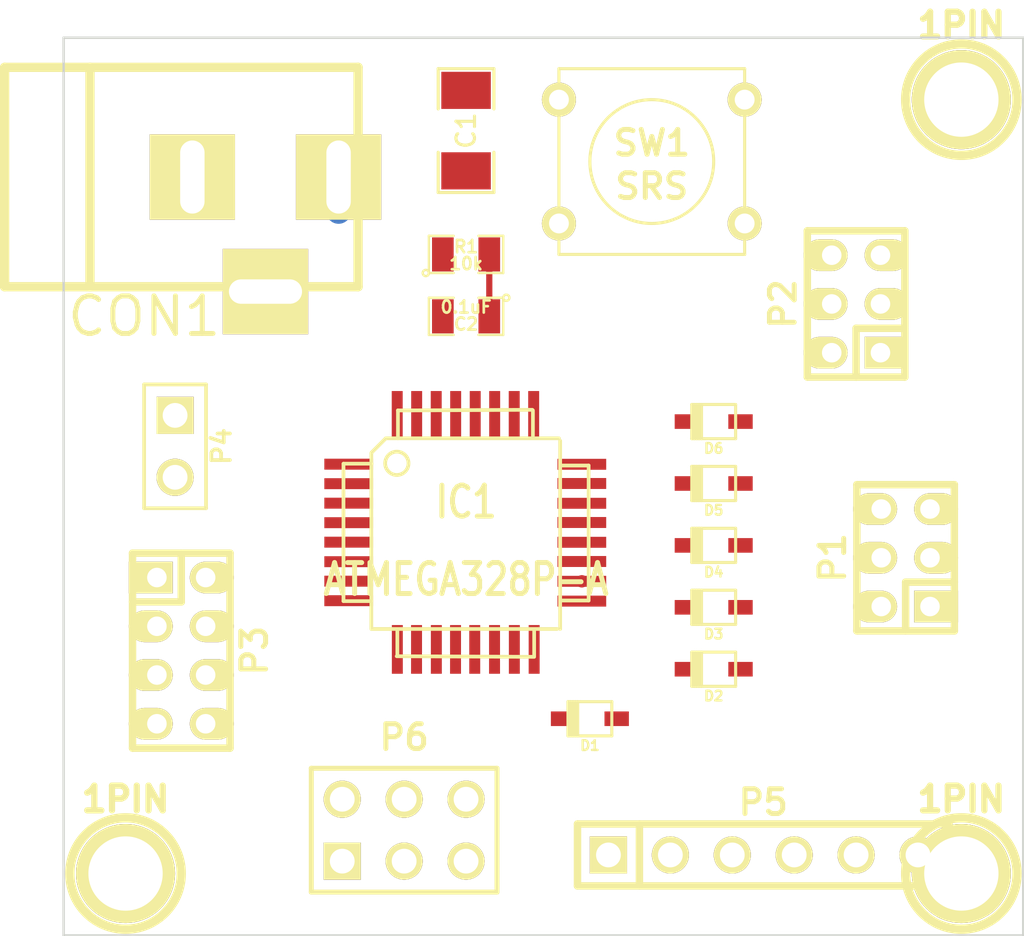
<source format=kicad_pcb>
(kicad_pcb (version 3) (host pcbnew "(2013-07-07 BZR 4022)-stable")

  (general
    (links 56)
    (no_connects 55)
    (area 153.619999 72.339999 193.090001 109.270001)
    (thickness 1.6)
    (drawings 4)
    (tracks 11)
    (zones 0)
    (modules 21)
    (nets 32)
  )

  (page A3)
  (layers
    (15 F.Cu signal)
    (0 B.Cu signal)
    (16 B.Adhes user)
    (17 F.Adhes user)
    (18 B.Paste user)
    (19 F.Paste user)
    (20 B.SilkS user)
    (21 F.SilkS user)
    (22 B.Mask user)
    (23 F.Mask user)
    (24 Dwgs.User user)
    (25 Cmts.User user)
    (26 Eco1.User user)
    (27 Eco2.User user)
    (28 Edge.Cuts user)
  )

  (setup
    (last_trace_width 0.254)
    (trace_clearance 0.254)
    (zone_clearance 0.508)
    (zone_45_only no)
    (trace_min 0.254)
    (segment_width 0.2)
    (edge_width 0.1)
    (via_size 0.889)
    (via_drill 0.635)
    (via_min_size 0.889)
    (via_min_drill 0.508)
    (uvia_size 0.508)
    (uvia_drill 0.127)
    (uvias_allowed no)
    (uvia_min_size 0.508)
    (uvia_min_drill 0.127)
    (pcb_text_width 0.3)
    (pcb_text_size 1.5 1.5)
    (mod_edge_width 0.15)
    (mod_text_size 1 1)
    (mod_text_width 0.15)
    (pad_size 4.064 4.064)
    (pad_drill 3.048)
    (pad_to_mask_clearance 0)
    (aux_axis_origin 0 0)
    (visible_elements 7FFFFBFF)
    (pcbplotparams
      (layerselection 3178497)
      (usegerberextensions true)
      (excludeedgelayer true)
      (linewidth 0.150000)
      (plotframeref false)
      (viasonmask false)
      (mode 1)
      (useauxorigin false)
      (hpglpennumber 1)
      (hpglpenspeed 20)
      (hpglpendiameter 15)
      (hpglpenoverlay 2)
      (psnegative false)
      (psa4output false)
      (plotreference true)
      (plotvalue true)
      (plotothertext true)
      (plotinvisibletext false)
      (padsonsilk false)
      (subtractmaskfromsilk false)
      (outputformat 1)
      (mirror false)
      (drillshape 1)
      (scaleselection 1)
      (outputdirectory ""))
  )

  (net 0 "")
  (net 1 GND)
  (net 2 N-000001)
  (net 3 N-0000010)
  (net 4 N-0000011)
  (net 5 N-0000012)
  (net 6 N-0000013)
  (net 7 N-0000014)
  (net 8 N-0000015)
  (net 9 N-0000016)
  (net 10 N-0000017)
  (net 11 N-0000018)
  (net 12 N-0000019)
  (net 13 N-000002)
  (net 14 N-0000020)
  (net 15 N-0000021)
  (net 16 N-0000024)
  (net 17 N-0000025)
  (net 18 N-0000026)
  (net 19 N-000003)
  (net 20 N-0000031)
  (net 21 N-0000032)
  (net 22 N-0000033)
  (net 23 N-0000034)
  (net 24 N-0000035)
  (net 25 N-000004)
  (net 26 N-000005)
  (net 27 N-000006)
  (net 28 N-000007)
  (net 29 N-000008)
  (net 30 N-000009)
  (net 31 VCC)

  (net_class Default "This is the default net class."
    (clearance 0.254)
    (trace_width 0.254)
    (via_dia 0.889)
    (via_drill 0.635)
    (uvia_dia 0.508)
    (uvia_drill 0.127)
    (add_net "")
    (add_net GND)
    (add_net N-000001)
    (add_net N-0000010)
    (add_net N-0000011)
    (add_net N-0000012)
    (add_net N-0000013)
    (add_net N-0000014)
    (add_net N-0000015)
    (add_net N-0000016)
    (add_net N-0000017)
    (add_net N-0000018)
    (add_net N-0000019)
    (add_net N-000002)
    (add_net N-0000020)
    (add_net N-0000021)
    (add_net N-0000024)
    (add_net N-0000025)
    (add_net N-0000026)
    (add_net N-000003)
    (add_net N-0000031)
    (add_net N-0000032)
    (add_net N-0000033)
    (add_net N-0000034)
    (add_net N-0000035)
    (add_net N-000004)
    (add_net N-000005)
    (add_net N-000006)
    (add_net N-000007)
    (add_net N-000008)
    (add_net N-000009)
  )

  (net_class PWR ""
    (clearance 0.508)
    (trace_width 1.016)
    (via_dia 0.889)
    (via_drill 0.635)
    (uvia_dia 0.508)
    (uvia_drill 0.127)
    (add_net VCC)
  )

  (net_class PWRIC ""
    (clearance 0.254)
    (trace_width 0.508)
    (via_dia 0.889)
    (via_drill 0.635)
    (uvia_dia 0.508)
    (uvia_drill 0.127)
  )

  (module TQFP32 (layer F.Cu) (tedit 5408BB72) (tstamp 5408CD8F)
    (at 170.18 92.71)
    (path /53F3A6E6)
    (fp_text reference IC1 (at 0 -1.27) (layer F.SilkS)
      (effects (font (size 1.27 1.016) (thickness 0.2032)))
    )
    (fp_text value ATMEGA328P-A (at 0 1.905) (layer F.SilkS)
      (effects (font (size 1.27 1.016) (thickness 0.2032)))
    )
    (fp_line (start 5.0292 2.7686) (end 3.8862 2.7686) (layer F.SilkS) (width 0.1524))
    (fp_line (start 5.0292 -2.7686) (end 3.9116 -2.7686) (layer F.SilkS) (width 0.1524))
    (fp_line (start 5.0292 2.7686) (end 5.0292 -2.7686) (layer F.SilkS) (width 0.1524))
    (fp_line (start 2.794 3.9624) (end 2.794 5.0546) (layer F.SilkS) (width 0.1524))
    (fp_line (start -2.8194 3.9878) (end -2.8194 5.0546) (layer F.SilkS) (width 0.1524))
    (fp_line (start -2.8448 5.0546) (end 2.794 5.08) (layer F.SilkS) (width 0.1524))
    (fp_line (start -2.794 -5.0292) (end 2.7178 -5.0546) (layer F.SilkS) (width 0.1524))
    (fp_line (start -3.8862 -3.2766) (end -3.8862 3.9116) (layer F.SilkS) (width 0.1524))
    (fp_line (start 2.7432 -5.0292) (end 2.7432 -3.9878) (layer F.SilkS) (width 0.1524))
    (fp_line (start -3.2512 -3.8862) (end 3.81 -3.8862) (layer F.SilkS) (width 0.1524))
    (fp_line (start 3.8608 3.937) (end 3.8608 -3.7846) (layer F.SilkS) (width 0.1524))
    (fp_line (start -3.8862 3.937) (end 3.7338 3.937) (layer F.SilkS) (width 0.1524))
    (fp_line (start -5.0292 -2.8448) (end -5.0292 2.794) (layer F.SilkS) (width 0.1524))
    (fp_line (start -5.0292 2.794) (end -3.8862 2.794) (layer F.SilkS) (width 0.1524))
    (fp_line (start -3.87604 -3.302) (end -3.29184 -3.8862) (layer F.SilkS) (width 0.1524))
    (fp_line (start -5.02412 -2.8448) (end -3.87604 -2.8448) (layer F.SilkS) (width 0.1524))
    (fp_line (start -2.794 -3.8862) (end -2.794 -5.03428) (layer F.SilkS) (width 0.1524))
    (fp_circle (center -2.83972 -2.86004) (end -2.43332 -2.60604) (layer F.SilkS) (width 0.1524))
    (pad 8 smd rect (at -4.81584 2.77622) (size 1.99898 0.44958)
      (layers F.Cu F.Paste F.Mask)
      (net 17 N-0000025)
    )
    (pad 7 smd rect (at -4.81584 1.97612) (size 1.99898 0.44958)
      (layers F.Cu F.Paste F.Mask)
    )
    (pad 6 smd rect (at -4.81584 1.17602) (size 1.99898 0.44958)
      (layers F.Cu F.Paste F.Mask)
      (net 31 VCC)
    )
    (pad 5 smd rect (at -4.81584 0.37592) (size 1.99898 0.44958)
      (layers F.Cu F.Paste F.Mask)
      (net 1 GND)
    )
    (pad 4 smd rect (at -4.81584 -0.42418) (size 1.99898 0.44958)
      (layers F.Cu F.Paste F.Mask)
      (net 31 VCC)
    )
    (pad 3 smd rect (at -4.81584 -1.22428) (size 1.99898 0.44958)
      (layers F.Cu F.Paste F.Mask)
      (net 1 GND)
    )
    (pad 2 smd rect (at -4.81584 -2.02438) (size 1.99898 0.44958)
      (layers F.Cu F.Paste F.Mask)
      (net 8 N-0000015)
    )
    (pad 1 smd rect (at -4.81584 -2.82448) (size 1.99898 0.44958)
      (layers F.Cu F.Paste F.Mask)
      (net 9 N-0000016)
    )
    (pad 24 smd rect (at 4.7498 -2.8194) (size 1.99898 0.44958)
      (layers F.Cu F.Paste F.Mask)
      (net 14 N-0000020)
    )
    (pad 17 smd rect (at 4.7498 2.794) (size 1.99898 0.44958)
      (layers F.Cu F.Paste F.Mask)
      (net 27 N-000006)
    )
    (pad 18 smd rect (at 4.7498 1.9812) (size 1.99898 0.44958)
      (layers F.Cu F.Paste F.Mask)
      (net 31 VCC)
    )
    (pad 19 smd rect (at 4.7498 1.1684) (size 1.99898 0.44958)
      (layers F.Cu F.Paste F.Mask)
    )
    (pad 20 smd rect (at 4.7498 0.381) (size 1.99898 0.44958)
      (layers F.Cu F.Paste F.Mask)
    )
    (pad 21 smd rect (at 4.7498 -0.4318) (size 1.99898 0.44958)
      (layers F.Cu F.Paste F.Mask)
      (net 1 GND)
    )
    (pad 22 smd rect (at 4.7498 -1.2192) (size 1.99898 0.44958)
      (layers F.Cu F.Paste F.Mask)
    )
    (pad 23 smd rect (at 4.7498 -2.032) (size 1.99898 0.44958)
      (layers F.Cu F.Paste F.Mask)
      (net 15 N-0000021)
    )
    (pad 32 smd rect (at -2.82448 -4.826) (size 0.44958 1.99898)
      (layers F.Cu F.Paste F.Mask)
      (net 2 N-000001)
    )
    (pad 31 smd rect (at -2.02692 -4.826) (size 0.44958 1.99898)
      (layers F.Cu F.Paste F.Mask)
      (net 13 N-000002)
    )
    (pad 30 smd rect (at -1.22428 -4.826) (size 0.44958 1.99898)
      (layers F.Cu F.Paste F.Mask)
      (net 16 N-0000024)
    )
    (pad 29 smd rect (at -0.42672 -4.826) (size 0.44958 1.99898)
      (layers F.Cu F.Paste F.Mask)
      (net 19 N-000003)
    )
    (pad 28 smd rect (at 0.37592 -4.826) (size 0.44958 1.99898)
      (layers F.Cu F.Paste F.Mask)
      (net 26 N-000005)
    )
    (pad 27 smd rect (at 1.17348 -4.826) (size 0.44958 1.99898)
      (layers F.Cu F.Paste F.Mask)
      (net 10 N-0000017)
    )
    (pad 26 smd rect (at 1.97612 -4.826) (size 0.44958 1.99898)
      (layers F.Cu F.Paste F.Mask)
      (net 11 N-0000018)
    )
    (pad 25 smd rect (at 2.77368 -4.826) (size 0.44958 1.99898)
      (layers F.Cu F.Paste F.Mask)
      (net 12 N-0000019)
    )
    (pad 9 smd rect (at -2.8194 4.7752) (size 0.44958 1.99898)
      (layers F.Cu F.Paste F.Mask)
      (net 7 N-0000014)
    )
    (pad 10 smd rect (at -2.032 4.7752) (size 0.44958 1.99898)
      (layers F.Cu F.Paste F.Mask)
      (net 6 N-0000013)
    )
    (pad 11 smd rect (at -1.2192 4.7752) (size 0.44958 1.99898)
      (layers F.Cu F.Paste F.Mask)
      (net 5 N-0000012)
    )
    (pad 12 smd rect (at -0.4318 4.7752) (size 0.44958 1.99898)
      (layers F.Cu F.Paste F.Mask)
      (net 4 N-0000011)
    )
    (pad 13 smd rect (at 0.3556 4.7752) (size 0.44958 1.99898)
      (layers F.Cu F.Paste F.Mask)
      (net 3 N-0000010)
    )
    (pad 14 smd rect (at 1.1684 4.7752) (size 0.44958 1.99898)
      (layers F.Cu F.Paste F.Mask)
      (net 30 N-000009)
    )
    (pad 15 smd rect (at 1.9812 4.7752) (size 0.44958 1.99898)
      (layers F.Cu F.Paste F.Mask)
      (net 29 N-000008)
    )
    (pad 16 smd rect (at 2.794 4.7752) (size 0.44958 1.99898)
      (layers F.Cu F.Paste F.Mask)
      (net 28 N-000007)
    )
    (model smd/tqfp32.wrl
      (at (xyz 0 0 0))
      (scale (xyz 1 1 1))
      (rotate (xyz 0 0 0))
    )
  )

  (module SW_PUSH_SMALL (layer F.Cu) (tedit 540F61FA) (tstamp 54086C72)
    (at 177.8 77.47)
    (path /53FA22FD)
    (fp_text reference SW1 (at 0 -0.762) (layer F.SilkS)
      (effects (font (size 1.016 1.016) (thickness 0.2032)))
    )
    (fp_text value SRS (at 0 1.016) (layer F.SilkS)
      (effects (font (size 1.016 1.016) (thickness 0.2032)))
    )
    (fp_circle (center 0 0) (end 0 -2.54) (layer F.SilkS) (width 0.127))
    (fp_line (start -3.81 -3.81) (end 3.81 -3.81) (layer F.SilkS) (width 0.127))
    (fp_line (start 3.81 -3.81) (end 3.81 3.81) (layer F.SilkS) (width 0.127))
    (fp_line (start 3.81 3.81) (end -3.81 3.81) (layer F.SilkS) (width 0.127))
    (fp_line (start -3.81 -3.81) (end -3.81 3.81) (layer F.SilkS) (width 0.127))
    (pad 1 thru_hole circle (at 3.81 -2.54) (size 1.397 1.397) (drill 0.8128)
      (layers *.Cu *.Mask F.SilkS)
      (net 17 N-0000025)
    )
    (pad 2 thru_hole circle (at 3.81 2.54) (size 1.397 1.397) (drill 0.8128)
      (layers *.Cu *.Mask F.SilkS)
      (net 1 GND)
    )
    (pad 1 thru_hole circle (at -3.81 -2.54) (size 1.397 1.397) (drill 0.8128)
      (layers *.Cu *.Mask F.SilkS)
      (net 17 N-0000025)
    )
    (pad 2 thru_hole circle (at -3.81 2.54) (size 1.397 1.397) (drill 0.8128)
      (layers *.Cu *.Mask F.SilkS)
      (net 1 GND)
    )
  )

  (module sod323 (layer F.Cu) (tedit 511019A4) (tstamp 54086C80)
    (at 175.26 100.33 180)
    (descr SOD323)
    (path /53F3AA52)
    (fp_text reference D1 (at 0 -1.09982 180) (layer F.SilkS)
      (effects (font (size 0.39878 0.39878) (thickness 0.09906)))
    )
    (fp_text value DIODE (at 0 1.19888 180) (layer F.SilkS) hide
      (effects (font (size 0.39878 0.39878) (thickness 0.09906)))
    )
    (fp_line (start 0.8001 -0.70104) (end 0.8001 0.70104) (layer F.SilkS) (width 0.127))
    (fp_line (start 0.70104 0.70104) (end 0.70104 -0.70104) (layer F.SilkS) (width 0.127))
    (fp_line (start 0.59944 -0.70104) (end 0.59944 0.70104) (layer F.SilkS) (width 0.127))
    (fp_line (start 0.50038 -0.70104) (end 0.50038 0.70104) (layer F.SilkS) (width 0.127))
    (fp_line (start 0.89916 -0.70104) (end -0.89916 -0.70104) (layer F.SilkS) (width 0.127))
    (fp_line (start -0.89916 -0.70104) (end -0.89916 0.70104) (layer F.SilkS) (width 0.127))
    (fp_line (start -0.89916 0.70104) (end 0.89916 0.70104) (layer F.SilkS) (width 0.127))
    (fp_line (start 0.89916 0.70104) (end 0.89916 -0.70104) (layer F.SilkS) (width 0.127))
    (pad 2 smd rect (at 1.09982 0 180) (size 1.00076 0.59944)
      (layers F.Cu F.Paste F.Mask)
      (net 4 N-0000011)
    )
    (pad 1 smd rect (at -1.09982 0 180) (size 1.00076 0.59944)
      (layers F.Cu F.Paste F.Mask)
      (net 18 N-0000026)
    )
    (model walter/smd_diode/sod323.wrl
      (at (xyz 0 0 0))
      (scale (xyz 1 1 1))
      (rotate (xyz 0 0 0))
    )
  )

  (module sod323 (layer F.Cu) (tedit 511019A4) (tstamp 54086C8E)
    (at 180.34 98.298 180)
    (descr SOD323)
    (path /53F3AAD7)
    (fp_text reference D2 (at 0 -1.09982 180) (layer F.SilkS)
      (effects (font (size 0.39878 0.39878) (thickness 0.09906)))
    )
    (fp_text value DIODE (at 0 1.19888 180) (layer F.SilkS) hide
      (effects (font (size 0.39878 0.39878) (thickness 0.09906)))
    )
    (fp_line (start 0.8001 -0.70104) (end 0.8001 0.70104) (layer F.SilkS) (width 0.127))
    (fp_line (start 0.70104 0.70104) (end 0.70104 -0.70104) (layer F.SilkS) (width 0.127))
    (fp_line (start 0.59944 -0.70104) (end 0.59944 0.70104) (layer F.SilkS) (width 0.127))
    (fp_line (start 0.50038 -0.70104) (end 0.50038 0.70104) (layer F.SilkS) (width 0.127))
    (fp_line (start 0.89916 -0.70104) (end -0.89916 -0.70104) (layer F.SilkS) (width 0.127))
    (fp_line (start -0.89916 -0.70104) (end -0.89916 0.70104) (layer F.SilkS) (width 0.127))
    (fp_line (start -0.89916 0.70104) (end 0.89916 0.70104) (layer F.SilkS) (width 0.127))
    (fp_line (start 0.89916 0.70104) (end 0.89916 -0.70104) (layer F.SilkS) (width 0.127))
    (pad 2 smd rect (at 1.09982 0 180) (size 1.00076 0.59944)
      (layers F.Cu F.Paste F.Mask)
      (net 3 N-0000010)
    )
    (pad 1 smd rect (at -1.09982 0 180) (size 1.00076 0.59944)
      (layers F.Cu F.Paste F.Mask)
      (net 24 N-0000035)
    )
    (model walter/smd_diode/sod323.wrl
      (at (xyz 0 0 0))
      (scale (xyz 1 1 1))
      (rotate (xyz 0 0 0))
    )
  )

  (module sod323 (layer F.Cu) (tedit 511019A4) (tstamp 54086C9C)
    (at 180.34 95.758 180)
    (descr SOD323)
    (path /53F3ACD2)
    (fp_text reference D3 (at 0 -1.09982 180) (layer F.SilkS)
      (effects (font (size 0.39878 0.39878) (thickness 0.09906)))
    )
    (fp_text value DIODE (at 0 1.19888 180) (layer F.SilkS) hide
      (effects (font (size 0.39878 0.39878) (thickness 0.09906)))
    )
    (fp_line (start 0.8001 -0.70104) (end 0.8001 0.70104) (layer F.SilkS) (width 0.127))
    (fp_line (start 0.70104 0.70104) (end 0.70104 -0.70104) (layer F.SilkS) (width 0.127))
    (fp_line (start 0.59944 -0.70104) (end 0.59944 0.70104) (layer F.SilkS) (width 0.127))
    (fp_line (start 0.50038 -0.70104) (end 0.50038 0.70104) (layer F.SilkS) (width 0.127))
    (fp_line (start 0.89916 -0.70104) (end -0.89916 -0.70104) (layer F.SilkS) (width 0.127))
    (fp_line (start -0.89916 -0.70104) (end -0.89916 0.70104) (layer F.SilkS) (width 0.127))
    (fp_line (start -0.89916 0.70104) (end 0.89916 0.70104) (layer F.SilkS) (width 0.127))
    (fp_line (start 0.89916 0.70104) (end 0.89916 -0.70104) (layer F.SilkS) (width 0.127))
    (pad 2 smd rect (at 1.09982 0 180) (size 1.00076 0.59944)
      (layers F.Cu F.Paste F.Mask)
      (net 30 N-000009)
    )
    (pad 1 smd rect (at -1.09982 0 180) (size 1.00076 0.59944)
      (layers F.Cu F.Paste F.Mask)
      (net 23 N-0000034)
    )
    (model walter/smd_diode/sod323.wrl
      (at (xyz 0 0 0))
      (scale (xyz 1 1 1))
      (rotate (xyz 0 0 0))
    )
  )

  (module sod323 (layer F.Cu) (tedit 511019A4) (tstamp 54086CAA)
    (at 180.34 93.218 180)
    (descr SOD323)
    (path /53F3ACD8)
    (fp_text reference D4 (at 0 -1.09982 180) (layer F.SilkS)
      (effects (font (size 0.39878 0.39878) (thickness 0.09906)))
    )
    (fp_text value DIODE (at 0 1.19888 180) (layer F.SilkS) hide
      (effects (font (size 0.39878 0.39878) (thickness 0.09906)))
    )
    (fp_line (start 0.8001 -0.70104) (end 0.8001 0.70104) (layer F.SilkS) (width 0.127))
    (fp_line (start 0.70104 0.70104) (end 0.70104 -0.70104) (layer F.SilkS) (width 0.127))
    (fp_line (start 0.59944 -0.70104) (end 0.59944 0.70104) (layer F.SilkS) (width 0.127))
    (fp_line (start 0.50038 -0.70104) (end 0.50038 0.70104) (layer F.SilkS) (width 0.127))
    (fp_line (start 0.89916 -0.70104) (end -0.89916 -0.70104) (layer F.SilkS) (width 0.127))
    (fp_line (start -0.89916 -0.70104) (end -0.89916 0.70104) (layer F.SilkS) (width 0.127))
    (fp_line (start -0.89916 0.70104) (end 0.89916 0.70104) (layer F.SilkS) (width 0.127))
    (fp_line (start 0.89916 0.70104) (end 0.89916 -0.70104) (layer F.SilkS) (width 0.127))
    (pad 2 smd rect (at 1.09982 0 180) (size 1.00076 0.59944)
      (layers F.Cu F.Paste F.Mask)
      (net 29 N-000008)
    )
    (pad 1 smd rect (at -1.09982 0 180) (size 1.00076 0.59944)
      (layers F.Cu F.Paste F.Mask)
      (net 22 N-0000033)
    )
    (model walter/smd_diode/sod323.wrl
      (at (xyz 0 0 0))
      (scale (xyz 1 1 1))
      (rotate (xyz 0 0 0))
    )
  )

  (module sod323 (layer F.Cu) (tedit 511019A4) (tstamp 54086CB8)
    (at 180.34 90.678 180)
    (descr SOD323)
    (path /53F3ACEC)
    (fp_text reference D5 (at 0 -1.09982 180) (layer F.SilkS)
      (effects (font (size 0.39878 0.39878) (thickness 0.09906)))
    )
    (fp_text value DIODE (at 0 1.19888 180) (layer F.SilkS) hide
      (effects (font (size 0.39878 0.39878) (thickness 0.09906)))
    )
    (fp_line (start 0.8001 -0.70104) (end 0.8001 0.70104) (layer F.SilkS) (width 0.127))
    (fp_line (start 0.70104 0.70104) (end 0.70104 -0.70104) (layer F.SilkS) (width 0.127))
    (fp_line (start 0.59944 -0.70104) (end 0.59944 0.70104) (layer F.SilkS) (width 0.127))
    (fp_line (start 0.50038 -0.70104) (end 0.50038 0.70104) (layer F.SilkS) (width 0.127))
    (fp_line (start 0.89916 -0.70104) (end -0.89916 -0.70104) (layer F.SilkS) (width 0.127))
    (fp_line (start -0.89916 -0.70104) (end -0.89916 0.70104) (layer F.SilkS) (width 0.127))
    (fp_line (start -0.89916 0.70104) (end 0.89916 0.70104) (layer F.SilkS) (width 0.127))
    (fp_line (start 0.89916 0.70104) (end 0.89916 -0.70104) (layer F.SilkS) (width 0.127))
    (pad 2 smd rect (at 1.09982 0 180) (size 1.00076 0.59944)
      (layers F.Cu F.Paste F.Mask)
      (net 28 N-000007)
    )
    (pad 1 smd rect (at -1.09982 0 180) (size 1.00076 0.59944)
      (layers F.Cu F.Paste F.Mask)
      (net 21 N-0000032)
    )
    (model walter/smd_diode/sod323.wrl
      (at (xyz 0 0 0))
      (scale (xyz 1 1 1))
      (rotate (xyz 0 0 0))
    )
  )

  (module sod323 (layer F.Cu) (tedit 511019A4) (tstamp 54086CC6)
    (at 180.34 88.138 180)
    (descr SOD323)
    (path /53F3ACF3)
    (fp_text reference D6 (at 0 -1.09982 180) (layer F.SilkS)
      (effects (font (size 0.39878 0.39878) (thickness 0.09906)))
    )
    (fp_text value DIODE (at 0 1.19888 180) (layer F.SilkS) hide
      (effects (font (size 0.39878 0.39878) (thickness 0.09906)))
    )
    (fp_line (start 0.8001 -0.70104) (end 0.8001 0.70104) (layer F.SilkS) (width 0.127))
    (fp_line (start 0.70104 0.70104) (end 0.70104 -0.70104) (layer F.SilkS) (width 0.127))
    (fp_line (start 0.59944 -0.70104) (end 0.59944 0.70104) (layer F.SilkS) (width 0.127))
    (fp_line (start 0.50038 -0.70104) (end 0.50038 0.70104) (layer F.SilkS) (width 0.127))
    (fp_line (start 0.89916 -0.70104) (end -0.89916 -0.70104) (layer F.SilkS) (width 0.127))
    (fp_line (start -0.89916 -0.70104) (end -0.89916 0.70104) (layer F.SilkS) (width 0.127))
    (fp_line (start -0.89916 0.70104) (end 0.89916 0.70104) (layer F.SilkS) (width 0.127))
    (fp_line (start 0.89916 0.70104) (end 0.89916 -0.70104) (layer F.SilkS) (width 0.127))
    (pad 2 smd rect (at 1.09982 0 180) (size 1.00076 0.59944)
      (layers F.Cu F.Paste F.Mask)
      (net 27 N-000006)
    )
    (pad 1 smd rect (at -1.09982 0 180) (size 1.00076 0.59944)
      (layers F.Cu F.Paste F.Mask)
      (net 20 N-0000031)
    )
    (model walter/smd_diode/sod323.wrl
      (at (xyz 0 0 0))
      (scale (xyz 1 1 1))
      (rotate (xyz 0 0 0))
    )
  )

  (module SM1206 (layer F.Cu) (tedit 42806E24) (tstamp 54086CD2)
    (at 170.18 76.2 90)
    (path /53FCF596)
    (attr smd)
    (fp_text reference C1 (at 0 0 90) (layer F.SilkS)
      (effects (font (size 0.762 0.762) (thickness 0.127)))
    )
    (fp_text value 10uF (at 0 0 90) (layer F.SilkS) hide
      (effects (font (size 0.762 0.762) (thickness 0.127)))
    )
    (fp_line (start -2.54 -1.143) (end -2.54 1.143) (layer F.SilkS) (width 0.127))
    (fp_line (start -2.54 1.143) (end -0.889 1.143) (layer F.SilkS) (width 0.127))
    (fp_line (start 0.889 -1.143) (end 2.54 -1.143) (layer F.SilkS) (width 0.127))
    (fp_line (start 2.54 -1.143) (end 2.54 1.143) (layer F.SilkS) (width 0.127))
    (fp_line (start 2.54 1.143) (end 0.889 1.143) (layer F.SilkS) (width 0.127))
    (fp_line (start -0.889 -1.143) (end -2.54 -1.143) (layer F.SilkS) (width 0.127))
    (pad 1 smd rect (at -1.651 0 90) (size 1.524 2.032)
      (layers F.Cu F.Paste F.Mask)
      (net 31 VCC)
    )
    (pad 2 smd rect (at 1.651 0 90) (size 1.524 2.032)
      (layers F.Cu F.Paste F.Mask)
      (net 1 GND)
    )
    (model smd/chip_cms.wrl
      (at (xyz 0 0 0))
      (scale (xyz 0.17 0.16 0.16))
      (rotate (xyz 0 0 0))
    )
  )

  (module SM0805 (layer F.Cu) (tedit 5091495C) (tstamp 54086CDF)
    (at 170.18 81.28)
    (path /53FCE49F)
    (attr smd)
    (fp_text reference R1 (at 0 -0.3175) (layer F.SilkS)
      (effects (font (size 0.50038 0.50038) (thickness 0.10922)))
    )
    (fp_text value 10k (at 0 0.381) (layer F.SilkS)
      (effects (font (size 0.50038 0.50038) (thickness 0.10922)))
    )
    (fp_circle (center -1.651 0.762) (end -1.651 0.635) (layer F.SilkS) (width 0.09906))
    (fp_line (start -0.508 0.762) (end -1.524 0.762) (layer F.SilkS) (width 0.09906))
    (fp_line (start -1.524 0.762) (end -1.524 -0.762) (layer F.SilkS) (width 0.09906))
    (fp_line (start -1.524 -0.762) (end -0.508 -0.762) (layer F.SilkS) (width 0.09906))
    (fp_line (start 0.508 -0.762) (end 1.524 -0.762) (layer F.SilkS) (width 0.09906))
    (fp_line (start 1.524 -0.762) (end 1.524 0.762) (layer F.SilkS) (width 0.09906))
    (fp_line (start 1.524 0.762) (end 0.508 0.762) (layer F.SilkS) (width 0.09906))
    (pad 1 smd rect (at -0.9525 0) (size 0.889 1.397)
      (layers F.Cu F.Paste F.Mask)
      (net 31 VCC)
    )
    (pad 2 smd rect (at 0.9525 0) (size 0.889 1.397)
      (layers F.Cu F.Paste F.Mask)
      (net 19 N-000003)
    )
    (model smd/chip_cms.wrl
      (at (xyz 0 0 0))
      (scale (xyz 0.1 0.1 0.1))
      (rotate (xyz 0 0 0))
    )
  )

  (module SM0805 (layer F.Cu) (tedit 5091495C) (tstamp 54086CEC)
    (at 170.18 83.82 180)
    (path /53FCE3B4)
    (attr smd)
    (fp_text reference C2 (at 0 -0.3175 180) (layer F.SilkS)
      (effects (font (size 0.50038 0.50038) (thickness 0.10922)))
    )
    (fp_text value 0.1uF (at 0 0.381 180) (layer F.SilkS)
      (effects (font (size 0.50038 0.50038) (thickness 0.10922)))
    )
    (fp_circle (center -1.651 0.762) (end -1.651 0.635) (layer F.SilkS) (width 0.09906))
    (fp_line (start -0.508 0.762) (end -1.524 0.762) (layer F.SilkS) (width 0.09906))
    (fp_line (start -1.524 0.762) (end -1.524 -0.762) (layer F.SilkS) (width 0.09906))
    (fp_line (start -1.524 -0.762) (end -0.508 -0.762) (layer F.SilkS) (width 0.09906))
    (fp_line (start 0.508 -0.762) (end 1.524 -0.762) (layer F.SilkS) (width 0.09906))
    (fp_line (start 1.524 -0.762) (end 1.524 0.762) (layer F.SilkS) (width 0.09906))
    (fp_line (start 1.524 0.762) (end 0.508 0.762) (layer F.SilkS) (width 0.09906))
    (pad 1 smd rect (at -0.9525 0 180) (size 0.889 1.397)
      (layers F.Cu F.Paste F.Mask)
      (net 19 N-000003)
    )
    (pad 2 smd rect (at 0.9525 0 180) (size 0.889 1.397)
      (layers F.Cu F.Paste F.Mask)
      (net 25 N-000004)
    )
    (model smd/chip_cms.wrl
      (at (xyz 0 0 0))
      (scale (xyz 0.1 0.1 0.1))
      (rotate (xyz 0 0 0))
    )
  )

  (module BARREL_JACK (layer F.Cu) (tedit 54155EF8) (tstamp 54155EB4)
    (at 158.75 78.105)
    (descr "DC Barrel Jack")
    (tags "Power Jack")
    (path /53FA2BF3)
    (fp_text reference CON1 (at -1.778 5.715) (layer F.SilkS)
      (effects (font (size 1.54 1.54) (thickness 0.2032)))
    )
    (fp_text value BARREL_JACK (at 0 -5.99948) (layer F.SilkS) hide
      (effects (font (size 1.016 1.016) (thickness 0.2032)))
    )
    (fp_line (start -4.0005 -4.50088) (end -4.0005 4.50088) (layer F.SilkS) (width 0.381))
    (fp_line (start -7.50062 -4.50088) (end -7.50062 4.50088) (layer F.SilkS) (width 0.381))
    (fp_line (start -7.50062 4.50088) (end 7.00024 4.50088) (layer F.SilkS) (width 0.381))
    (fp_line (start 7.00024 4.50088) (end 7.00024 -4.50088) (layer F.SilkS) (width 0.381))
    (fp_line (start 7.00024 -4.50088) (end -7.50062 -4.50088) (layer F.SilkS) (width 0.381))
    (pad 1 thru_hole rect (at 6.20014 0) (size 3.50012 3.50012) (drill oval 1.00076 2.99974)
      (layers *.Cu *.Mask F.SilkS)
      (net 31 VCC)
    )
    (pad 2 thru_hole rect (at 0.20066 0) (size 3.50012 3.50012) (drill oval 1.00076 2.99974)
      (layers *.Cu *.Mask F.SilkS)
      (net 1 GND)
    )
    (pad 3 thru_hole rect (at 3.2004 4.699) (size 3.50012 3.50012) (drill oval 2.99974 1.00076)
      (layers *.Cu *.Mask F.SilkS)
      (net 1 GND)
    )
  )

  (module 1pin (layer F.Cu) (tedit 200000) (tstamp 541C99F1)
    (at 190.5 106.68)
    (descr "module 1 pin (ou trou mecanique de percage)")
    (tags DEV)
    (path 1pin)
    (fp_text reference 1PIN (at 0 -3.048) (layer F.SilkS)
      (effects (font (size 1.016 1.016) (thickness 0.254)))
    )
    (fp_text value P*** (at 0 2.794) (layer F.SilkS) hide
      (effects (font (size 1.016 1.016) (thickness 0.254)))
    )
    (fp_circle (center 0 0) (end 0 -2.286) (layer F.SilkS) (width 0.381))
    (pad 1 thru_hole circle (at 0 0) (size 4.064 4.064) (drill 3.048)
      (layers *.Cu *.Mask F.SilkS)
    )
  )

  (module 1pin (layer F.Cu) (tedit 200000) (tstamp 541C9A06)
    (at 190.5 74.93)
    (descr "module 1 pin (ou trou mecanique de percage)")
    (tags DEV)
    (path 1pin)
    (fp_text reference 1PIN (at 0 -3.048) (layer F.SilkS)
      (effects (font (size 1.016 1.016) (thickness 0.254)))
    )
    (fp_text value P*** (at 0 2.794) (layer F.SilkS) hide
      (effects (font (size 1.016 1.016) (thickness 0.254)))
    )
    (fp_circle (center 0 0) (end 0 -2.286) (layer F.SilkS) (width 0.381))
    (pad 1 thru_hole circle (at 0 0) (size 4.064 4.064) (drill 3.048)
      (layers *.Cu *.Mask F.SilkS)
    )
  )

  (module 1pin (layer F.Cu) (tedit 54105E81) (tstamp 541C9A11)
    (at 156.21 106.68)
    (descr "module 1 pin (ou trou mecanique de percage)")
    (tags DEV)
    (path 1pin)
    (fp_text reference 1PIN (at 0 -3.048) (layer F.SilkS)
      (effects (font (size 1.016 1.016) (thickness 0.254)))
    )
    (fp_text value P*** (at 0 2.794) (layer F.SilkS) hide
      (effects (font (size 1.016 1.016) (thickness 0.254)))
    )
    (fp_circle (center 0 0) (end 0 -2.286) (layer F.SilkS) (width 0.381))
    (pad 1 thru_hole circle (at 0 0) (size 4.064 4.064) (drill 3.048)
      (layers *.Cu *.Mask F.SilkS)
      (clearance 1)
    )
  )

  (module pin_socket_2mm_4x2 (layer F.Cu) (tedit 52DECF75) (tstamp 54155E13)
    (at 158.496 97.536 270)
    (descr "Pin socket 2mm 4x2pin")
    (tags "CONN DEV")
    (path /5411ADE2)
    (fp_text reference P3 (at 0 -3 270) (layer F.SilkS)
      (effects (font (size 1.016 1.016) (thickness 0.2032)))
    )
    (fp_text value CONN_8 (at 0 -5 270) (layer F.SilkS) hide
      (effects (font (size 1.016 0.889) (thickness 0.2032)))
    )
    (fp_line (start -4 0) (end -2 0) (layer F.SilkS) (width 0.3048))
    (fp_line (start 4 -2) (end 4 2) (layer F.SilkS) (width 0.3048))
    (fp_line (start 4 2) (end -4 2) (layer F.SilkS) (width 0.3048))
    (fp_line (start -4 -2) (end 4 -2) (layer F.SilkS) (width 0.3048))
    (fp_line (start -4 2) (end -4 -2) (layer F.SilkS) (width 0.3048))
    (fp_line (start -2 0) (end -2 2) (layer F.SilkS) (width 0.3048))
    (pad 1 thru_hole rect (at -3 1 270) (size 1.3 1.8) (drill 0.8 (offset 0 0.25))
      (layers *.Cu *.Mask F.SilkS)
      (net 16 N-0000024)
    )
    (pad 2 thru_hole oval (at -3 -1 270) (size 1.3 1.8) (drill 0.8 (offset 0 -0.25))
      (layers *.Cu *.Mask F.SilkS)
      (net 13 N-000002)
    )
    (pad 3 thru_hole oval (at -1 1 270) (size 1.3 1.8) (drill 0.8 (offset 0 0.25))
      (layers *.Cu *.Mask F.SilkS)
      (net 2 N-000001)
    )
    (pad 4 thru_hole oval (at -1 -1 270) (size 1.3 1.8) (drill 0.8 (offset 0 -0.25))
      (layers *.Cu *.Mask F.SilkS)
      (net 9 N-0000016)
    )
    (pad 5 thru_hole oval (at 1 1 270) (size 1.3 1.8) (drill 0.8 (offset 0 0.25))
      (layers *.Cu *.Mask F.SilkS)
      (net 8 N-0000015)
    )
    (pad 6 thru_hole oval (at 1 -1 270) (size 1.3 1.8) (drill 0.8 (offset 0 -0.25))
      (layers *.Cu *.Mask F.SilkS)
      (net 7 N-0000014)
    )
    (pad 7 thru_hole oval (at 3 1 270) (size 1.3 1.8) (drill 0.8 (offset 0 0.25))
      (layers *.Cu *.Mask F.SilkS)
      (net 6 N-0000013)
    )
    (pad 8 thru_hole oval (at 3 -1 270) (size 1.3 1.8) (drill 0.8 (offset 0 -0.25))
      (layers *.Cu *.Mask F.SilkS)
      (net 5 N-0000012)
    )
    (model walter/pin_strip/pin_socket_2mm_4x2.wrl
      (at (xyz 0 0 0))
      (scale (xyz 1 1 1))
      (rotate (xyz 0 0 0))
    )
  )

  (module pin_socket_2mm_3x2 (layer F.Cu) (tedit 52DECF95) (tstamp 54155E23)
    (at 186.182 83.312 90)
    (descr "Pin socket 2mm 3x2pin")
    (tags "CONN DEV")
    (path /540475A9)
    (fp_text reference P2 (at 0 -3 90) (layer F.SilkS)
      (effects (font (size 1.016 1.016) (thickness 0.2032)))
    )
    (fp_text value CONN_6 (at 0 -5 90) (layer F.SilkS) hide
      (effects (font (size 1.016 0.889) (thickness 0.2032)))
    )
    (fp_line (start -3 0) (end -1 0) (layer F.SilkS) (width 0.3048))
    (fp_line (start 3 -2) (end 3 2) (layer F.SilkS) (width 0.3048))
    (fp_line (start 3 2) (end -3 2) (layer F.SilkS) (width 0.3048))
    (fp_line (start -3 -2) (end 3 -2) (layer F.SilkS) (width 0.3048))
    (fp_line (start -3 2) (end -3 -2) (layer F.SilkS) (width 0.3048))
    (fp_line (start -1 0) (end -1 2) (layer F.SilkS) (width 0.3048))
    (pad 1 thru_hole rect (at -2 1 90) (size 1.3 1.8) (drill 0.8 (offset 0 0.25))
      (layers *.Cu *.Mask F.SilkS)
      (net 15 N-0000021)
    )
    (pad 2 thru_hole oval (at -2 -1 90) (size 1.3 1.8) (drill 0.8 (offset 0 -0.25))
      (layers *.Cu *.Mask F.SilkS)
      (net 14 N-0000020)
    )
    (pad 3 thru_hole oval (at 0 1 90) (size 1.3 1.8) (drill 0.8 (offset 0 0.25))
      (layers *.Cu *.Mask F.SilkS)
      (net 12 N-0000019)
    )
    (pad 4 thru_hole oval (at 0 -1 90) (size 1.3 1.8) (drill 0.8 (offset 0 -0.25))
      (layers *.Cu *.Mask F.SilkS)
      (net 11 N-0000018)
    )
    (pad 5 thru_hole oval (at 2 1 90) (size 1.3 1.8) (drill 0.8 (offset 0 0.25))
      (layers *.Cu *.Mask F.SilkS)
      (net 10 N-0000017)
    )
    (pad 6 thru_hole oval (at 2 -1 90) (size 1.3 1.8) (drill 0.8 (offset 0 -0.25))
      (layers *.Cu *.Mask F.SilkS)
      (net 26 N-000005)
    )
    (model walter/pin_strip/pin_socket_2mm_3x2.wrl
      (at (xyz 0 0 0))
      (scale (xyz 1 1 1))
      (rotate (xyz 0 0 0))
    )
  )

  (module pin_socket_2mm_3x2 (layer F.Cu) (tedit 52DECF95) (tstamp 54155E33)
    (at 188.214 93.726 90)
    (descr "Pin socket 2mm 3x2pin")
    (tags "CONN DEV")
    (path /5404826A)
    (fp_text reference P1 (at 0 -3 90) (layer F.SilkS)
      (effects (font (size 1.016 1.016) (thickness 0.2032)))
    )
    (fp_text value CONN_6 (at 0 -5 90) (layer F.SilkS) hide
      (effects (font (size 1.016 0.889) (thickness 0.2032)))
    )
    (fp_line (start -3 0) (end -1 0) (layer F.SilkS) (width 0.3048))
    (fp_line (start 3 -2) (end 3 2) (layer F.SilkS) (width 0.3048))
    (fp_line (start 3 2) (end -3 2) (layer F.SilkS) (width 0.3048))
    (fp_line (start -3 -2) (end 3 -2) (layer F.SilkS) (width 0.3048))
    (fp_line (start -3 2) (end -3 -2) (layer F.SilkS) (width 0.3048))
    (fp_line (start -1 0) (end -1 2) (layer F.SilkS) (width 0.3048))
    (pad 1 thru_hole rect (at -2 1 90) (size 1.3 1.8) (drill 0.8 (offset 0 0.25))
      (layers *.Cu *.Mask F.SilkS)
      (net 18 N-0000026)
    )
    (pad 2 thru_hole oval (at -2 -1 90) (size 1.3 1.8) (drill 0.8 (offset 0 -0.25))
      (layers *.Cu *.Mask F.SilkS)
      (net 24 N-0000035)
    )
    (pad 3 thru_hole oval (at 0 1 90) (size 1.3 1.8) (drill 0.8 (offset 0 0.25))
      (layers *.Cu *.Mask F.SilkS)
      (net 23 N-0000034)
    )
    (pad 4 thru_hole oval (at 0 -1 90) (size 1.3 1.8) (drill 0.8 (offset 0 -0.25))
      (layers *.Cu *.Mask F.SilkS)
      (net 22 N-0000033)
    )
    (pad 5 thru_hole oval (at 2 1 90) (size 1.3 1.8) (drill 0.8 (offset 0 0.25))
      (layers *.Cu *.Mask F.SilkS)
      (net 21 N-0000032)
    )
    (pad 6 thru_hole oval (at 2 -1 90) (size 1.3 1.8) (drill 0.8 (offset 0 -0.25))
      (layers *.Cu *.Mask F.SilkS)
      (net 20 N-0000031)
    )
    (model walter/pin_strip/pin_socket_2mm_3x2.wrl
      (at (xyz 0 0 0))
      (scale (xyz 1 1 1))
      (rotate (xyz 0 0 0))
    )
  )

  (module pin_array_3x2 (layer F.Cu) (tedit 42931587) (tstamp 54155E41)
    (at 167.64 104.902)
    (descr "Double rangee de contacts 2 x 4 pins")
    (tags CONN)
    (path /53FCECA3)
    (fp_text reference P6 (at 0 -3.81) (layer F.SilkS)
      (effects (font (size 1.016 1.016) (thickness 0.2032)))
    )
    (fp_text value CONN_6 (at 0 3.81) (layer F.SilkS) hide
      (effects (font (size 1.016 1.016) (thickness 0.2032)))
    )
    (fp_line (start 3.81 2.54) (end -3.81 2.54) (layer F.SilkS) (width 0.2032))
    (fp_line (start -3.81 -2.54) (end 3.81 -2.54) (layer F.SilkS) (width 0.2032))
    (fp_line (start 3.81 -2.54) (end 3.81 2.54) (layer F.SilkS) (width 0.2032))
    (fp_line (start -3.81 2.54) (end -3.81 -2.54) (layer F.SilkS) (width 0.2032))
    (pad 1 thru_hole rect (at -2.54 1.27) (size 1.524 1.524) (drill 1.016)
      (layers *.Cu *.Mask F.SilkS)
      (net 28 N-000007)
    )
    (pad 2 thru_hole circle (at -2.54 -1.27) (size 1.524 1.524) (drill 1.016)
      (layers *.Cu *.Mask F.SilkS)
      (net 31 VCC)
    )
    (pad 3 thru_hole circle (at 0 1.27) (size 1.524 1.524) (drill 1.016)
      (layers *.Cu *.Mask F.SilkS)
      (net 27 N-000006)
    )
    (pad 4 thru_hole circle (at 0 -1.27) (size 1.524 1.524) (drill 1.016)
      (layers *.Cu *.Mask F.SilkS)
      (net 29 N-000008)
    )
    (pad 5 thru_hole circle (at 2.54 1.27) (size 1.524 1.524) (drill 1.016)
      (layers *.Cu *.Mask F.SilkS)
      (net 19 N-000003)
    )
    (pad 6 thru_hole circle (at 2.54 -1.27) (size 1.524 1.524) (drill 1.016)
      (layers *.Cu *.Mask F.SilkS)
      (net 1 GND)
    )
    (model pin_array/pins_array_3x2.wrl
      (at (xyz 0 0 0))
      (scale (xyz 1 1 1))
      (rotate (xyz 0 0 0))
    )
  )

  (module PIN_ARRAY-6X1 (layer F.Cu) (tedit 41402119) (tstamp 54086D0C)
    (at 182.372 105.918)
    (descr "Connecteur 6 pins")
    (tags "CONN DEV")
    (path /53FA2625)
    (fp_text reference P5 (at 0 -2.159) (layer F.SilkS)
      (effects (font (size 1.016 1.016) (thickness 0.2032)))
    )
    (fp_text value CONN_6 (at 0 2.159) (layer F.SilkS) hide
      (effects (font (size 1.016 0.889) (thickness 0.2032)))
    )
    (fp_line (start -7.62 1.27) (end -7.62 -1.27) (layer F.SilkS) (width 0.3048))
    (fp_line (start -7.62 -1.27) (end 7.62 -1.27) (layer F.SilkS) (width 0.3048))
    (fp_line (start 7.62 -1.27) (end 7.62 1.27) (layer F.SilkS) (width 0.3048))
    (fp_line (start 7.62 1.27) (end -7.62 1.27) (layer F.SilkS) (width 0.3048))
    (fp_line (start -5.08 1.27) (end -5.08 -1.27) (layer F.SilkS) (width 0.3048))
    (pad 1 thru_hole rect (at -6.35 0) (size 1.524 1.524) (drill 1.016)
      (layers *.Cu *.Mask F.SilkS)
      (net 25 N-000004)
    )
    (pad 2 thru_hole circle (at -3.81 0) (size 1.524 1.524) (drill 1.016)
      (layers *.Cu *.Mask F.SilkS)
      (net 13 N-000002)
    )
    (pad 3 thru_hole circle (at -1.27 0) (size 1.524 1.524) (drill 1.016)
      (layers *.Cu *.Mask F.SilkS)
      (net 16 N-0000024)
    )
    (pad 4 thru_hole circle (at 1.27 0) (size 1.524 1.524) (drill 1.016)
      (layers *.Cu *.Mask F.SilkS)
      (net 31 VCC)
    )
    (pad 5 thru_hole circle (at 3.81 0) (size 1.524 1.524) (drill 1.016)
      (layers *.Cu *.Mask F.SilkS)
      (net 1 GND)
    )
    (pad 6 thru_hole circle (at 6.35 0) (size 1.524 1.524) (drill 1.016)
      (layers *.Cu *.Mask F.SilkS)
      (net 1 GND)
    )
    (model pin_array/pins_array_6x1.wrl
      (at (xyz 0 0 0))
      (scale (xyz 1 1 1))
      (rotate (xyz 0 0 0))
    )
  )

  (module PIN_ARRAY_2X1 (layer F.Cu) (tedit 4565C520) (tstamp 54086D1B)
    (at 158.242 89.154 270)
    (descr "Connecteurs 2 pins")
    (tags "CONN DEV")
    (path /5411AEED)
    (fp_text reference P4 (at 0 -1.905 270) (layer F.SilkS)
      (effects (font (size 0.762 0.762) (thickness 0.1524)))
    )
    (fp_text value CONN_2 (at 0 -1.905 270) (layer F.SilkS) hide
      (effects (font (size 0.762 0.762) (thickness 0.1524)))
    )
    (fp_line (start -2.54 1.27) (end -2.54 -1.27) (layer F.SilkS) (width 0.1524))
    (fp_line (start -2.54 -1.27) (end 2.54 -1.27) (layer F.SilkS) (width 0.1524))
    (fp_line (start 2.54 -1.27) (end 2.54 1.27) (layer F.SilkS) (width 0.1524))
    (fp_line (start 2.54 1.27) (end -2.54 1.27) (layer F.SilkS) (width 0.1524))
    (pad 1 thru_hole rect (at -1.27 0 270) (size 1.524 1.524) (drill 1.016)
      (layers *.Cu *.Mask F.SilkS)
      (net 31 VCC)
    )
    (pad 2 thru_hole circle (at 1.27 0 270) (size 1.524 1.524) (drill 1.016)
      (layers *.Cu *.Mask F.SilkS)
      (net 1 GND)
    )
    (model pin_array/pins_array_2x1.wrl
      (at (xyz 0 0 0))
      (scale (xyz 1 1 1))
      (rotate (xyz 0 0 0))
    )
  )

  (gr_line (start 153.67 109.22) (end 153.67 72.39) (angle 90) (layer Edge.Cuts) (width 0.1))
  (gr_line (start 193.04 109.22) (end 153.67 109.22) (angle 90) (layer Edge.Cuts) (width 0.1))
  (gr_line (start 193.04 72.39) (end 193.04 109.22) (angle 90) (layer Edge.Cuts) (width 0.1))
  (gr_line (start 153.67 72.39) (end 193.04 72.39) (angle 90) (layer Edge.Cuts) (width 0.1))

  (segment (start 165.357 90.678) (end 165.3588 90.6799) (width 0.254) (layer F.Cu) (net 8))
  (segment (start 165.3588 90.6799) (end 165.364 90.6856) (width 0.254) (layer F.Cu) (net 8))
  (segment (start 165.3642 90.6856) (end 165.364 90.6856) (width 0.254) (layer F.Cu) (net 8))
  (segment (start 171.1325 81.28) (end 171.1325 83.82) (width 0.254) (layer F.Cu) (net 19))
  (segment (start 171.323 97.5106) (end 171.3293 97.5042) (width 0.254) (layer F.Cu) (net 30))
  (segment (start 171.3293 97.5042) (end 171.348 97.4852) (width 0.254) (layer F.Cu) (net 30))
  (segment (start 171.3484 97.4852) (end 171.348 97.4852) (width 0.254) (layer F.Cu) (net 30))
  (segment (start 174.9298 94.6912) (end 174.93 94.6912) (width 0.508) (layer F.Cu) (net 31))
  (segment (start 164.95 78.105) (end 164.95 79.5159) (width 1.016) (layer B.Cu) (net 31))
  (segment (start 164.9501 79.5158) (end 164.9501 78.105) (width 0.508) (layer B.Cu) (net 31))
  (segment (start 164.95 79.5159) (end 164.9501 79.5158) (width 0.508) (layer B.Cu) (net 31))

)

</source>
